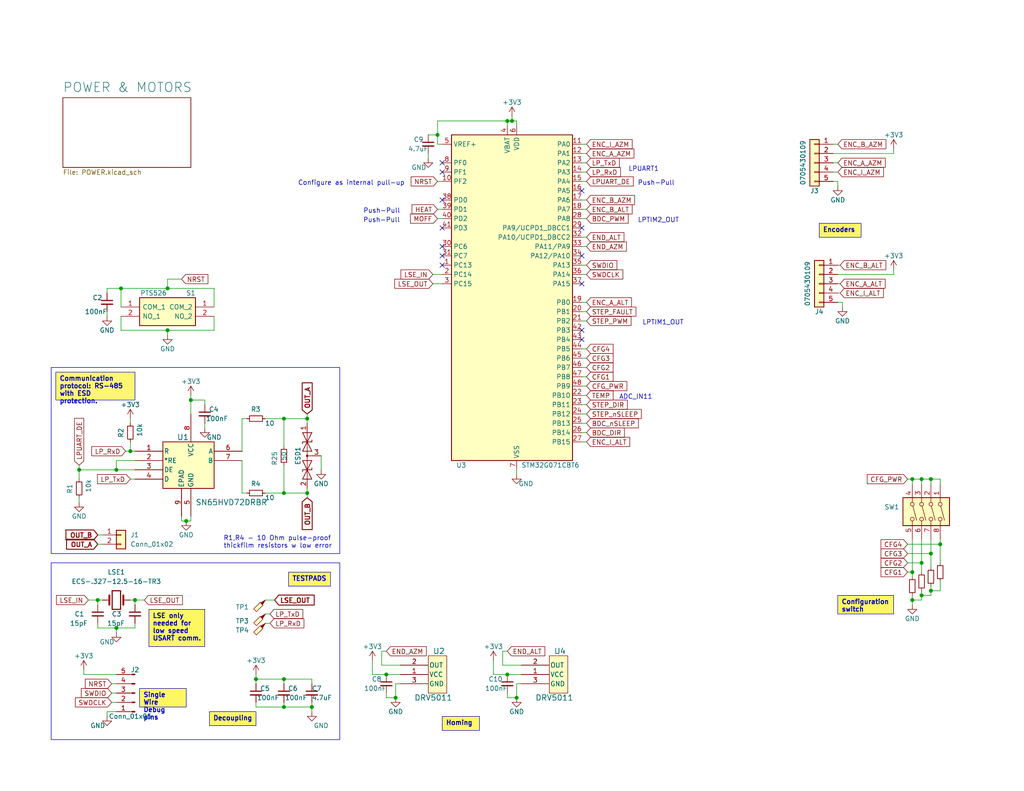
<source format=kicad_sch>
(kicad_sch (version 20230121) (generator eeschema)
  (paper "USLetter")
  (lib_symbols
    (symbol "1.Texas_Instrments:DRV5011ADLPG" (pin_names (offset 0.254))
      (property "Reference" "U" (at 20.32 10.16 0))
      (property "Value" "DRV5011ADLPG" (at 20.32 7.62 0))
      (symbol "DRV5011ADLPG_0_1"
        (pin power_in line (at -7.62 -5.08 0) (length 7.62) (name "VCC") (number "1"))
        (pin output line (at -7.62 -2.54 0) (length 7.62) (name "OUT") (number "2"))
        (pin power_out line (at -7.62 -7.62 0) (length 7.62) (name "GND") (number "3"))
      )
    )
    (symbol "1.Texas_Instruments:SN65HVD72DRBR" (pin_names (offset 0.254))
      (property "Reference" "U" (at 1.27 1.27 0))
      (property "Value" "SN65HVD72DRBR" (at 18.415 -13.97 0))
      (symbol "SN65HVD72DRBR_0_1"
        (pin output line (at -7.62 -2.54 0) (length 7.62) (name "R") (number "1"))
        (pin input line (at -7.62 -5.08 0) (length 7.62) (name "*RE") (number "2"))
        (pin input line (at -7.62 -7.62 0) (length 7.62) (name "DE") (number "3"))
        (pin input line (at -7.62 -10.16 0) (length 7.62) (name "D") (number "4"))
        (pin power_in line (at 7.62 -20.32 90) (length 7.62) (name "GND") (number "5"))
        (pin bidirectional line (at 21.59 -2.54 180) (length 7.62) (name "A") (number "6"))
        (pin bidirectional line (at 21.59 -5.08 180) (length 7.62) (name "B") (number "7"))
        (pin power_in line (at 7.62 7.62 270) (length 7.62) (name "VCC") (number "8"))
        (pin unspecified line (at 5.08 -20.32 90) (length 7.62) (name "EPAD") (number "9"))
      )
    )
    (symbol "Connector:Conn_01x05_Pin" (pin_names (offset 1.016) hide)
      (property "Reference" "J" (at 0 7.62 0))
      (property "Value" "Conn_01x05_Pin" (at 0 -7.62 0))
      (symbol "Conn_01x05_Pin_1_1"
        (pin passive line (at 5.08 5.08 180) (length 3.81) (name "Pin_1") (number "1"))
        (pin passive line (at 5.08 2.54 180) (length 3.81) (name "Pin_2") (number "2"))
        (pin passive line (at 5.08 0 180) (length 3.81) (name "Pin_3") (number "3"))
        (pin passive line (at 5.08 -2.54 180) (length 3.81) (name "Pin_4") (number "4"))
        (pin passive line (at 5.08 -5.08 180) (length 3.81) (name "Pin_5") (number "5"))
      )
    )
    (symbol "Connector:TestPoint_Probe" (pin_numbers hide) (pin_names (offset 0.762) hide)
      (property "Reference" "TP" (at 1.651 5.842 0))
      (property "Value" "TestPoint_Probe" (at 1.651 4.064 0))
      (symbol "TestPoint_Probe_1_1"
        (pin passive line (at 0 0 90) (length 0) (name "1") (number "1"))
      )
    )
    (symbol "Connector_Generic:Conn_01x02" (pin_names (offset 1.016) hide)
      (property "Reference" "J" (at 0 2.54 0))
      (property "Value" "Conn_01x02" (at 0 -5.08 0))
      (symbol "Conn_01x02_1_1"
        (pin passive line (at -5.08 0 0) (length 3.81) (name "Pin_1") (number "1"))
        (pin passive line (at -5.08 -2.54 0) (length 3.81) (name "Pin_2") (number "2"))
      )
    )
    (symbol "Connector_Generic:Conn_01x05" (pin_names (offset 1.016) hide)
      (property "Reference" "J" (at 0 7.62 0))
      (property "Value" "Conn_01x05" (at 0 -7.62 0))
      (symbol "Conn_01x05_1_1"
        (pin passive line (at -5.08 5.08 0) (length 3.81) (name "Pin_1") (number "1"))
        (pin passive line (at -5.08 2.54 0) (length 3.81) (name "Pin_2") (number "2"))
        (pin passive line (at -5.08 0 0) (length 3.81) (name "Pin_3") (number "3"))
        (pin passive line (at -5.08 -2.54 0) (length 3.81) (name "Pin_4") (number "4"))
        (pin passive line (at -5.08 -5.08 0) (length 3.81) (name "Pin_5") (number "5"))
      )
    )
    (symbol "Device:C_Small" (pin_numbers hide) (pin_names (offset 0.254) hide)
      (property "Reference" "C" (at 0.254 1.778 0))
      (property "Value" "C_Small" (at 0.254 -2.032 0))
      (symbol "C_Small_1_1"
        (pin passive line (at 0 2.54 270) (length 2.032) (name "~") (number "1"))
        (pin passive line (at 0 -2.54 90) (length 2.032) (name "~") (number "2"))
      )
    )
    (symbol "Device:Crystal" (pin_numbers hide) (pin_names (offset 1.016) hide)
      (property "Reference" "Y" (at 0 3.81 0))
      (property "Value" "Crystal" (at 0 -3.81 0))
      (symbol "Crystal_1_1"
        (pin passive line (at -3.81 0 0) (length 1.27) (name "1") (number "1"))
        (pin passive line (at 3.81 0 180) (length 1.27) (name "2") (number "2"))
      )
    )
    (symbol "Device:R_Small" (pin_numbers hide) (pin_names (offset 0.254) hide)
      (property "Reference" "R" (at 0.762 0.508 0))
      (property "Value" "R_Small" (at 0.762 -1.016 0))
      (symbol "R_Small_1_1"
        (pin passive line (at 0 2.54 270) (length 0.762) (name "~") (number "1"))
        (pin passive line (at 0 -2.54 90) (length 0.762) (name "~") (number "2"))
      )
    )
    (symbol "Diode:SM712_SOT23" (pin_names (offset 1.016) hide)
      (property "Reference" "D" (at 0 4.445 0))
      (property "Value" "SM712_SOT23" (at 0 2.54 0))
      (symbol "SM712_SOT23_1_1"
        (pin passive line (at -8.89 0 0) (length 2.54) (name "A1") (number "1"))
        (pin passive line (at 8.89 0 180) (length 2.54) (name "A2") (number "2"))
        (pin input line (at 0 -3.81 90) (length 2.54) (name "common") (number "3"))
      )
    )
    (symbol "MCU_ST_STM32G0:STM32G071CBTx"
      (property "Reference" "U" (at -15.24 46.99 0))
      (property "Value" "STM32G071CBTx" (at 5.08 46.99 0))
      (symbol "STM32G071CBTx_1_1"
        (pin bidirectional line (at -17.78 10.16 0) (length 2.54) (name "PC13") (number "1"))
        (pin bidirectional line (at -17.78 33.02 0) (length 2.54) (name "PF2") (number "10"))
        (pin bidirectional line (at 20.32 43.18 180) (length 2.54) (name "PA0") (number "11"))
        (pin bidirectional line (at 20.32 40.64 180) (length 2.54) (name "PA1") (number "12"))
        (pin bidirectional line (at 20.32 38.1 180) (length 2.54) (name "PA2") (number "13"))
        (pin bidirectional line (at 20.32 35.56 180) (length 2.54) (name "PA3") (number "14"))
        (pin bidirectional line (at 20.32 33.02 180) (length 2.54) (name "PA4") (number "15"))
        (pin bidirectional line (at 20.32 30.48 180) (length 2.54) (name "PA5") (number "16"))
        (pin bidirectional line (at 20.32 27.94 180) (length 2.54) (name "PA6") (number "17"))
        (pin bidirectional line (at 20.32 25.4 180) (length 2.54) (name "PA7") (number "18"))
        (pin bidirectional line (at 20.32 0 180) (length 2.54) (name "PB0") (number "19"))
        (pin bidirectional line (at -17.78 7.62 0) (length 2.54) (name "PC14") (number "2"))
        (pin bidirectional line (at 20.32 -2.54 180) (length 2.54) (name "PB1") (number "20"))
        (pin bidirectional line (at 20.32 -5.08 180) (length 2.54) (name "PB2") (number "21"))
        (pin bidirectional line (at 20.32 -25.4 180) (length 2.54) (name "PB10") (number "22"))
        (pin bidirectional line (at 20.32 -27.94 180) (length 2.54) (name "PB11") (number "23"))
        (pin bidirectional line (at 20.32 -30.48 180) (length 2.54) (name "PB12") (number "24"))
        (pin bidirectional line (at 20.32 -33.02 180) (length 2.54) (name "PB13") (number "25"))
        (pin bidirectional line (at 20.32 -35.56 180) (length 2.54) (name "PB14") (number "26"))
        (pin bidirectional line (at 20.32 -38.1 180) (length 2.54) (name "PB15") (number "27"))
        (pin bidirectional line (at 20.32 22.86 180) (length 2.54) (name "PA8") (number "28"))
        (pin bidirectional line (at 20.32 20.32 180) (length 2.54) (name "PA9/UCPD1_DBCC1") (number "29"))
        (pin bidirectional line (at -17.78 5.08 0) (length 2.54) (name "PC15") (number "3"))
        (pin bidirectional line (at -17.78 15.24 0) (length 2.54) (name "PC6") (number "30"))
        (pin bidirectional line (at -17.78 12.7 0) (length 2.54) (name "PC7") (number "31"))
        (pin bidirectional line (at 20.32 17.78 180) (length 2.54) (name "PA10/UCPD1_DBCC2") (number "32"))
        (pin bidirectional line (at 20.32 15.24 180) (length 2.54) (name "PA11/PA9") (number "33"))
        (pin bidirectional line (at 20.32 12.7 180) (length 2.54) (name "PA12/PA10") (number "34"))
        (pin bidirectional line (at 20.32 10.16 180) (length 2.54) (name "PA13") (number "35"))
        (pin bidirectional line (at 20.32 7.62 180) (length 2.54) (name "PA14") (number "36"))
        (pin bidirectional line (at 20.32 5.08 180) (length 2.54) (name "PA15") (number "37"))
        (pin bidirectional line (at -17.78 27.94 0) (length 2.54) (name "PD0") (number "38"))
        (pin bidirectional line (at -17.78 25.4 0) (length 2.54) (name "PD1") (number "39"))
        (pin power_in line (at 0 48.26 270) (length 2.54) (name "VBAT") (number "4"))
        (pin bidirectional line (at -17.78 22.86 0) (length 2.54) (name "PD2") (number "40"))
        (pin bidirectional line (at -17.78 20.32 0) (length 2.54) (name "PD3") (number "41"))
        (pin bidirectional line (at 20.32 -7.62 180) (length 2.54) (name "PB3") (number "42"))
        (pin bidirectional line (at 20.32 -10.16 180) (length 2.54) (name "PB4") (number "43"))
        (pin bidirectional line (at 20.32 -12.7 180) (length 2.54) (name "PB5") (number "44"))
        (pin bidirectional line (at 20.32 -15.24 180) (length 2.54) (name "PB6") (number "45"))
        (pin bidirectional line (at 20.32 -17.78 180) (length 2.54) (name "PB7") (number "46"))
        (pin bidirectional line (at 20.32 -20.32 180) (length 2.54) (name "PB8") (number "47"))
        (pin bidirectional line (at 20.32 -22.86 180) (length 2.54) (name "PB9") (number "48"))
        (pin input line (at -17.78 43.18 0) (length 2.54) (name "VREF+") (number "5"))
        (pin power_in line (at 2.54 48.26 270) (length 2.54) (name "VDD") (number "6"))
        (pin power_in line (at 2.54 -45.72 90) (length 2.54) (name "VSS") (number "7"))
        (pin bidirectional line (at -17.78 38.1 0) (length 2.54) (name "PF0") (number "8"))
        (pin bidirectional line (at -17.78 35.56 0) (length 2.54) (name "PF1") (number "9"))
      )
    )
    (symbol "My_components:PTS526_SK15_SMTR2_LFS" (pin_names (offset 0.762))
      (property "Reference" "S1" (at 13.97 1.27 0))
      (property "Value" "PTS526" (at 3.81 1.27 0))
      (symbol "PTS526_SK15_SMTR2_LFS_0_0"
        (pin passive line (at -5.08 -2.54 0) (length 5.08) (name "COM_1") (number "1"))
      )
      (symbol "PTS526_SK15_SMTR2_LFS_1_0"
        (pin passive line (at 20.32 -2.54 180) (length 5.08) (name "COM_2") (number "1"))
        (pin passive line (at -5.08 -5.08 0) (length 5.08) (name "NO_1") (number "2"))
        (pin passive line (at 20.32 -5.08 180) (length 5.08) (name "NO_2") (number "2"))
      )
    )
    (symbol "Switch:SW_DIP_x04" (pin_names (offset 0) hide)
      (property "Reference" "SW" (at 0 8.89 0))
      (property "Value" "SW_DIP_x04" (at 0 -6.35 0))
      (symbol "SW_DIP_x04_1_1"
        (pin passive line (at -7.62 5.08 0) (length 5.08) (name "~") (number "1"))
        (pin passive line (at -7.62 2.54 0) (length 5.08) (name "~") (number "2"))
        (pin passive line (at -7.62 0 0) (length 5.08) (name "~") (number "3"))
        (pin passive line (at -7.62 -2.54 0) (length 5.08) (name "~") (number "4"))
        (pin passive line (at 7.62 -2.54 180) (length 5.08) (name "~") (number "5"))
        (pin passive line (at 7.62 0 180) (length 5.08) (name "~") (number "6"))
        (pin passive line (at 7.62 2.54 180) (length 5.08) (name "~") (number "7"))
        (pin passive line (at 7.62 5.08 180) (length 5.08) (name "~") (number "8"))
      )
    )
    (symbol "power:+3V3" (power) (pin_names (offset 0))
      (property "Value" "+3V3" (at 0 3.556 0))
      (symbol "+3V3_1_1"
        (pin power_in line (at 0 0 90) (length 0) hide (name "+3V3") (number "1"))
      )
    )
    (symbol "power:GND" (power) (pin_names (offset 0))
      (property "Value" "GND" (at 0 -3.81 0))
      (symbol "GND_1_1"
        (pin power_in line (at 0 0 270) (length 0) hide (name "GND") (number "1"))
      )
    )
  )
  (junction (at 33.02 78.74))
  (junction (at 119.38 36.83))
  (junction (at 248.92 130.81))
  (junction (at 69.85 185.42))
  (junction (at 138.43 184.15))
  (junction (at 251.46 153.67))
  (junction (at 138.43 33.02))
  (junction (at 21.59 128.27))
  (junction (at 45.72 78.74))
  (junction (at 254 151.13))
  (junction (at 35.56 123.19))
  (junction (at 52.07 109.22))
  (junction (at 256.54 148.59))
  (junction (at 139.7 33.02))
  (junction (at 77.47 134.62))
  (junction (at 254 130.81))
  (junction (at 85.09 193.04))
  (junction (at 77.47 185.42))
  (junction (at 45.72 90.17))
  (junction (at 50.8 142.24))
  (junction (at 251.46 130.81))
  (junction (at 77.47 193.04))
  (junction (at 83.82 114.3))
  (junction (at 248.92 156.21))
  (junction (at 31.75 128.27))
  (junction (at 83.82 134.62))
  (junction (at 248.92 163.83))
  (junction (at 31.75 171.45))
  (junction (at 77.47 114.3))
  (junction (at 105.41 184.15))
  (junction (at 107.95 190.5))
  (junction (at 251.46 162.56))
  (junction (at 140.97 190.5))
  (junction (at 36.83 163.83))
  (junction (at 254 161.29))
  (junction (at 26.67 163.83))
  (no_connect (at 158.75 77.47))
  (no_connect (at 120.65 62.23))
  (no_connect (at 158.75 62.23))
  (no_connect (at 120.65 54.61))
  (no_connect (at 158.75 90.17))
  (no_connect (at 158.75 69.85))
  (no_connect (at 120.65 69.85))
  (no_connect (at 158.75 92.71))
  (no_connect (at 158.75 52.07))
  (no_connect (at 120.65 72.39))
  (no_connect (at 120.65 67.31))
  (no_connect (at 120.65 44.45))
  (no_connect (at 120.65 46.99))
  (wire (pts (xy 116.84 41.91) (xy 116.84 43.18)))
  (wire (pts (xy 69.85 191.77) (xy 69.85 193.04)))
  (wire (pts (xy 85.09 193.04) (xy 85.09 194.31)))
  (wire (pts (xy 26.67 171.45) (xy 31.75 171.45)))
  (wire (pts (xy 45.72 90.17) (xy 45.72 91.44)))
  (wire (pts (xy 160.02 85.09) (xy 158.75 85.09)))
  (wire (pts (xy 66.04 114.3) (xy 66.04 123.19)))
  (wire (pts (xy 160.02 87.63) (xy 158.75 87.63)))
  (wire (pts (xy 52.07 140.97) (xy 52.07 142.24)))
  (wire (pts (xy 248.92 163.83) (xy 248.92 165.1)))
  (wire (pts (xy 55.88 115.57) (xy 55.88 116.84)))
  (wire (pts (xy 66.04 134.62) (xy 66.04 125.73)))
  (wire (pts (xy 69.85 185.42) (xy 69.85 186.69)))
  (wire (pts (xy 77.47 127) (xy 77.47 134.62)))
  (wire (pts (xy 72.39 163.83) (xy 74.93 163.83)))
  (wire (pts (xy 248.92 163.83) (xy 251.46 163.83)))
  (wire (pts (xy 24.13 163.83) (xy 26.67 163.83)))
  (wire (pts (xy 85.09 186.69) (xy 85.09 185.42)))
  (wire (pts (xy 30.48 186.69) (xy 31.75 186.69)))
  (wire (pts (xy 138.43 33.02) (xy 139.7 33.02)))
  (wire (pts (xy 52.07 109.22) (xy 52.07 113.03)))
  (wire (pts (xy 29.21 85.09) (xy 29.21 86.36)))
  (wire (pts (xy 77.47 191.77) (xy 77.47 193.04)))
  (wire (pts (xy 77.47 114.3) (xy 77.47 121.92)))
  (wire (pts (xy 160.02 59.69) (xy 158.75 59.69)))
  (wire (pts (xy 254 130.81) (xy 251.46 130.81)))
  (wire (pts (xy 104.14 181.61) (xy 109.22 181.61)))
  (wire (pts (xy 21.59 130.81) (xy 21.59 128.27)))
  (wire (pts (xy 160.02 44.45) (xy 158.75 44.45)))
  (wire (pts (xy 137.16 181.61) (xy 142.24 181.61)))
  (wire (pts (xy 160.02 102.87) (xy 158.75 102.87)))
  (wire (pts (xy 77.47 114.3) (xy 83.82 114.3)))
  (wire (pts (xy 227.33 46.99) (xy 228.6 46.99)))
  (wire (pts (xy 66.04 134.62) (xy 67.31 134.62)))
  (wire (pts (xy 243.84 74.93) (xy 243.84 73.66)))
  (wire (pts (xy 83.82 134.62) (xy 83.82 133.35)))
  (wire (pts (xy 35.56 130.81) (xy 36.83 130.81)))
  (wire (pts (xy 158.75 95.25) (xy 160.02 95.25)))
  (wire (pts (xy 248.92 130.81) (xy 248.92 132.08)))
  (wire (pts (xy 138.43 189.23) (xy 138.43 190.5)))
  (wire (pts (xy 29.21 78.74) (xy 33.02 78.74)))
  (wire (pts (xy 77.47 186.69) (xy 77.47 185.42)))
  (wire (pts (xy 58.42 90.17) (xy 45.72 90.17)))
  (wire (pts (xy 140.97 186.69) (xy 140.97 190.5)))
  (wire (pts (xy 118.11 74.93) (xy 120.65 74.93)))
  (wire (pts (xy 36.83 170.18) (xy 36.83 171.45)))
  (wire (pts (xy 160.02 110.49) (xy 158.75 110.49)))
  (wire (pts (xy 31.75 171.45) (xy 31.75 172.72)))
  (wire (pts (xy 26.67 146.05) (xy 27.94 146.05)))
  (wire (pts (xy 49.53 142.24) (xy 50.8 142.24)))
  (wire (pts (xy 160.02 54.61) (xy 158.75 54.61)))
  (wire (pts (xy 160.02 57.15) (xy 158.75 57.15)))
  (wire (pts (xy 160.02 64.77) (xy 158.75 64.77)))
  (wire (pts (xy 33.02 90.17) (xy 45.72 90.17)))
  (wire (pts (xy 228.6 49.53) (xy 228.6 50.8)))
  (wire (pts (xy 72.39 134.62) (xy 77.47 134.62)))
  (wire (pts (xy 251.46 132.08) (xy 251.46 130.81)))
  (wire (pts (xy 105.41 189.23) (xy 105.41 190.5)))
  (wire (pts (xy 52.07 109.22) (xy 55.88 109.22)))
  (wire (pts (xy 140.97 128.27) (xy 140.97 129.54)))
  (wire (pts (xy 251.46 153.67) (xy 251.46 156.21)))
  (wire (pts (xy 26.67 163.83) (xy 27.94 163.83)))
  (wire (pts (xy 83.82 134.62) (xy 83.82 135.89)))
  (wire (pts (xy 119.38 36.83) (xy 119.38 33.02)))
  (wire (pts (xy 256.54 148.59) (xy 256.54 153.67)))
  (wire (pts (xy 160.02 67.31) (xy 158.75 67.31)))
  (wire (pts (xy 119.38 57.15) (xy 120.65 57.15)))
  (wire (pts (xy 45.72 78.74) (xy 58.42 78.74)))
  (wire (pts (xy 251.46 147.32) (xy 251.46 153.67)))
  (wire (pts (xy 36.83 163.83) (xy 39.37 163.83)))
  (wire (pts (xy 120.65 39.37) (xy 119.38 39.37)))
  (wire (pts (xy 160.02 46.99) (xy 158.75 46.99)))
  (wire (pts (xy 35.56 120.65) (xy 35.56 123.19)))
  (wire (pts (xy 160.02 41.91) (xy 158.75 41.91)))
  (wire (pts (xy 119.38 39.37) (xy 119.38 36.83)))
  (wire (pts (xy 77.47 134.62) (xy 83.82 134.62)))
  (wire (pts (xy 26.67 148.59) (xy 27.94 148.59)))
  (wire (pts (xy 160.02 107.95) (xy 158.75 107.95)))
  (wire (pts (xy 160.02 113.03) (xy 158.75 113.03)))
  (wire (pts (xy 254 162.56) (xy 251.46 162.56)))
  (wire (pts (xy 158.75 74.93) (xy 160.02 74.93)))
  (wire (pts (xy 29.21 195.58) (xy 29.21 194.31)))
  (wire (pts (xy 105.41 184.15) (xy 109.22 184.15)))
  (wire (pts (xy 256.54 130.81) (xy 254 130.81)))
  (wire (pts (xy 139.7 31.75) (xy 139.7 33.02)))
  (wire (pts (xy 256.54 147.32) (xy 256.54 148.59)))
  (wire (pts (xy 139.7 33.02) (xy 140.97 33.02)))
  (wire (pts (xy 33.02 83.82) (xy 33.02 78.74)))
  (wire (pts (xy 256.54 132.08) (xy 256.54 130.81)))
  (wire (pts (xy 251.46 130.81) (xy 248.92 130.81)))
  (wire (pts (xy 31.75 128.27) (xy 36.83 128.27)))
  (wire (pts (xy 137.16 177.8) (xy 137.16 181.61)))
  (wire (pts (xy 22.86 184.15) (xy 31.75 184.15)))
  (wire (pts (xy 227.33 49.53) (xy 228.6 49.53)))
  (wire (pts (xy 227.33 41.91) (xy 243.84 41.91)))
  (wire (pts (xy 77.47 193.04) (xy 85.09 193.04)))
  (wire (pts (xy 251.46 162.56) (xy 251.46 163.83)))
  (wire (pts (xy 247.65 130.81) (xy 248.92 130.81)))
  (wire (pts (xy 35.56 114.3) (xy 35.56 115.57)))
  (wire (pts (xy 138.43 177.8) (xy 137.16 177.8)))
  (wire (pts (xy 22.86 184.15) (xy 22.86 182.88)))
  (wire (pts (xy 160.02 82.55) (xy 158.75 82.55)))
  (wire (pts (xy 119.38 33.02) (xy 138.43 33.02)))
  (wire (pts (xy 31.75 125.73) (xy 31.75 128.27)))
  (wire (pts (xy 134.62 184.15) (xy 138.43 184.15)))
  (wire (pts (xy 248.92 156.21) (xy 248.92 157.48)))
  (wire (pts (xy 138.43 184.15) (xy 142.24 184.15)))
  (wire (pts (xy 160.02 118.11) (xy 158.75 118.11)))
  (wire (pts (xy 31.75 125.73) (xy 36.83 125.73)))
  (wire (pts (xy 21.59 127) (xy 21.59 128.27)))
  (wire (pts (xy 107.95 186.69) (xy 107.95 190.5)))
  (wire (pts (xy 247.65 153.67) (xy 251.46 153.67)))
  (wire (pts (xy 105.41 190.5) (xy 107.95 190.5)))
  (wire (pts (xy 256.54 158.75) (xy 256.54 161.29)))
  (wire (pts (xy 101.6 184.15) (xy 105.41 184.15)))
  (wire (pts (xy 227.33 44.45) (xy 228.6 44.45)))
  (wire (pts (xy 33.02 78.74) (xy 45.72 78.74)))
  (wire (pts (xy 134.62 180.34) (xy 134.62 184.15)))
  (wire (pts (xy 119.38 49.53) (xy 120.65 49.53)))
  (wire (pts (xy 72.39 114.3) (xy 77.47 114.3)))
  (wire (pts (xy 29.21 194.31) (xy 31.75 194.31)))
  (wire (pts (xy 58.42 78.74) (xy 58.42 83.82)))
  (wire (pts (xy 138.43 190.5) (xy 140.97 190.5)))
  (wire (pts (xy 160.02 39.37) (xy 158.75 39.37)))
  (wire (pts (xy 35.56 123.19) (xy 36.83 123.19)))
  (wire (pts (xy 21.59 135.89) (xy 21.59 137.16)))
  (wire (pts (xy 254 160.02) (xy 254 161.29)))
  (wire (pts (xy 254 161.29) (xy 254 162.56)))
  (wire (pts (xy 248.92 147.32) (xy 248.92 156.21)))
  (wire (pts (xy 29.21 80.01) (xy 29.21 78.74)))
  (wire (pts (xy 30.48 191.77) (xy 31.75 191.77)))
  (wire (pts (xy 26.67 170.18) (xy 26.67 171.45)))
  (wire (pts (xy 227.33 39.37) (xy 228.6 39.37)))
  (wire (pts (xy 228.6 74.93) (xy 243.84 74.93)))
  (wire (pts (xy 35.56 163.83) (xy 36.83 163.83)))
  (wire (pts (xy 49.53 140.97) (xy 49.53 142.24)))
  (wire (pts (xy 142.24 186.69) (xy 140.97 186.69)))
  (wire (pts (xy 36.83 163.83) (xy 36.83 165.1)))
  (wire (pts (xy 69.85 184.15) (xy 69.85 185.42)))
  (wire (pts (xy 160.02 100.33) (xy 158.75 100.33)))
  (wire (pts (xy 160.02 105.41) (xy 158.75 105.41)))
  (wire (pts (xy 160.02 115.57) (xy 158.75 115.57)))
  (wire (pts (xy 243.84 41.91) (xy 243.84 40.64)))
  (wire (pts (xy 55.88 110.49) (xy 55.88 109.22)))
  (wire (pts (xy 251.46 161.29) (xy 251.46 162.56)))
  (wire (pts (xy 105.41 177.8) (xy 104.14 177.8)))
  (wire (pts (xy 73.66 167.64) (xy 72.39 167.64)))
  (wire (pts (xy 73.66 170.18) (xy 72.39 170.18)))
  (wire (pts (xy 49.53 76.2) (xy 45.72 76.2)))
  (wire (pts (xy 77.47 185.42) (xy 69.85 185.42)))
  (wire (pts (xy 66.04 114.3) (xy 67.31 114.3)))
  (wire (pts (xy 228.6 72.39) (xy 229.235 72.39)))
  (wire (pts (xy 85.09 191.77) (xy 85.09 193.04)))
  (wire (pts (xy 248.92 162.56) (xy 248.92 163.83)))
  (wire (pts (xy 160.02 49.53) (xy 158.75 49.53)))
  (wire (pts (xy 31.75 171.45) (xy 36.83 171.45)))
  (wire (pts (xy 52.07 107.95) (xy 52.07 109.22)))
  (wire (pts (xy 119.38 59.69) (xy 120.65 59.69)))
  (wire (pts (xy 254 147.32) (xy 254 151.13)))
  (wire (pts (xy 140.97 33.02) (xy 140.97 34.29)))
  (wire (pts (xy 254 132.08) (xy 254 130.81)))
  (wire (pts (xy 83.82 113.03) (xy 83.82 114.3)))
  (wire (pts (xy 30.48 189.23) (xy 31.75 189.23)))
  (wire (pts (xy 160.02 72.39) (xy 158.75 72.39)))
  (wire (pts (xy 69.85 193.04) (xy 77.47 193.04)))
  (wire (pts (xy 21.59 128.27) (xy 31.75 128.27)))
  (wire (pts (xy 119.38 36.83) (xy 116.84 36.83)))
  (wire (pts (xy 34.29 123.19) (xy 35.56 123.19)))
  (wire (pts (xy 229.87 82.55) (xy 228.6 82.55)))
  (wire (pts (xy 101.6 180.34) (xy 101.6 184.15)))
  (wire (pts (xy 229.87 83.82) (xy 229.87 82.55)))
  (wire (pts (xy 45.72 76.2) (xy 45.72 78.74)))
  (wire (pts (xy 58.42 86.36) (xy 58.42 90.17)))
  (wire (pts (xy 77.47 185.42) (xy 85.09 185.42)))
  (wire (pts (xy 87.63 124.46) (xy 87.63 128.27)))
  (wire (pts (xy 256.54 161.29) (xy 254 161.29)))
  (wire (pts (xy 247.65 151.13) (xy 254 151.13)))
  (wire (pts (xy 160.02 97.79) (xy 158.75 97.79)))
  (wire (pts (xy 104.14 177.8) (xy 104.14 181.61)))
  (wire (pts (xy 228.6 80.01) (xy 229.235 80.01)))
  (wire (pts (xy 83.82 114.3) (xy 83.82 115.57)))
  (wire (pts (xy 254 151.13) (xy 254 154.94)))
  (wire (pts (xy 228.6 77.47) (xy 229.235 77.47)))
  (wire (pts (xy 247.65 156.21) (xy 248.92 156.21)))
  (wire (pts (xy 138.43 33.02) (xy 138.43 34.29)))
  (wire (pts (xy 118.11 77.47) (xy 120.65 77.47)))
  (wire (pts (xy 247.65 148.59) (xy 256.54 148.59)))
  (wire (pts (xy 33.02 86.36) (xy 33.02 90.17)))
  (wire (pts (xy 50.8 142.24) (xy 52.07 142.24)))
  (wire (pts (xy 26.67 163.83) (xy 26.67 165.1)))
  (wire (pts (xy 160.02 120.65) (xy 158.75 120.65)))
  (wire (pts (xy 109.22 186.69) (xy 107.95 186.69)))
  (rectangle (start 13.97 153.67) (end 92.71 201.93))
  (rectangle (start 13.97 100.33) (end 92.71 151.13))
  (text_box "Single Wire Debug pins\n" (at 38.1 187.96 0) (size 12.7 5.08) (fill (type color) (color 255 247 98 1)) (effects (font (size 1.27 1.27) bold) (justify left top)))
  (text_box "Communication protocol: RS-485 with ESD protection." (at 15.24 101.6 0) (size 21.59 7.62) (fill (type color) (color 255 246 116 1)) (effects (font (size 1.27 1.27) bold) (justify left top)))
  (text_box "LSE only needed for low speed USART comm." (at 40.64 166.37 0) (size 15.24 10.16) (fill (type color) (color 255 247 98 1)) (effects (font (size 1.27 1.27) bold) (justify left top)))
  (text_box "Encoders" (at 223.52 60.96 0) (size 11.43 3.81) (fill (type color) (color 255 247 98 1)) (effects (font (size 1.27 1.27) bold) (justify left top)))
  (text_box "TESTPADS" (at 78.74 156.21 0) (size 11.43 3.81) (fill (type color) (color 255 247 98 1)) (effects (font (size 1.27 1.27) bold) (justify left top)))
  (text_box "Decoupling" (at 57.15 194.31 0) (size 12.7 3.81) (fill (type color) (color 255 247 98 1)) (effects (font (size 1.27 1.27) bold) (justify left top)))
  (text_box "Configuration switch\n" (at 228.6 162.56 0) (size 15.24 5.08) (fill (type color) (color 255 247 98 1)) (effects (font (size 1.27 1.27) bold) (justify left top)))
  (text_box "Homing" (at 120.65 195.58 0) (size 10.16 3.81) (fill (type color) (color 255 247 98 1)) (effects (font (size 1.27 1.27) bold) (justify left top)))
  (text "LPTIM2_OUT\n" (at 173.99 60.96 0) (effects (font (size 1.27 1.27)) (justify left bottom)))
  (text "LPUART1" (at 171.45 46.99 0) (effects (font (size 1.27 1.27)) (justify left bottom)))
  (text "Configure as internal pull-up" (at 81.28 50.8 0) (effects (font (size 1.27 1.27)) (justify left bottom)))
  (text "Push-Pull" (at 99.06 60.96 0) (effects (font (size 1.27 1.27)) (justify left bottom)))
  (text "Push-Pull" (at 109.22 58.42 0) (effects (font (size 1.27 1.27)) (justify right bottom)))
  (text "R1,R4 - 10 Ohm pulse-proof \nthickfilm resistors w low error" (at 60.96 149.86 0) (effects (font (size 1.27 1.27)) (justify left bottom)))
  (text "LPTIM1_OUT\n" (at 175.26 88.9 0) (effects (font (size 1.27 1.27)) (justify left bottom)))
  (text "ADC_IN11" (at 168.91 109.22 0) (effects (font (size 1.27 1.27)) (justify left bottom)))
  (text "Push-Pull" (at 173.99 50.8 0) (effects (font (size 1.27 1.27)) (justify left bottom)))
  (global_label "ENC_A_ALT" (shape input) (at 229.235 77.47 0) (property "Intersheetrefs" "${INTERSHEET_REFS}" (effects hide)))
  (global_label "CFG_PWR" (shape input) (at 160.02 105.41 0) (property "Intersheetrefs" "${INTERSHEET_REFS}" (effects hide)))
  (global_label "ENC_B_AZM" (shape input) (at 228.6 39.37 0) (property "Intersheetrefs" "${INTERSHEET_REFS}" (effects hide)))
  (global_label "CFG2" (shape input) (at 160.02 100.33 0) (property "Intersheetrefs" "${INTERSHEET_REFS}" (effects hide)))
  (global_label "LSE_IN" (shape input) (at 118.11 74.93 180) (property "Intersheetrefs" "${INTERSHEET_REFS}" (effects hide)))
  (global_label "BDC_DIR" (shape input) (at 160.02 118.11 0) (property "Intersheetrefs" "${INTERSHEET_REFS}" (effects hide)))
  (global_label "TEMP" (shape input) (at 160.02 107.95 0) (property "Intersheetrefs" "${INTERSHEET_REFS}" (effects hide)))
  (global_label "CFG4" (shape input) (at 247.65 148.59 180) (property "Intersheetrefs" "${INTERSHEET_REFS}" (effects hide)))
  (global_label "LP_RxD" (shape input) (at 160.02 46.99 0) (property "Intersheetrefs" "${INTERSHEET_REFS}" (effects hide)))
  (global_label "LSE_IN" (shape input) (at 24.13 163.83 180) (property "Intersheetrefs" "${INTERSHEET_REFS}" (effects hide)))
  (global_label "END_AZM" (shape input) (at 160.02 67.31 0) (property "Intersheetrefs" "${INTERSHEET_REFS}" (effects hide)))
  (global_label "STEP_DIR" (shape input) (at 160.02 110.49 0) (property "Intersheetrefs" "${INTERSHEET_REFS}" (effects hide)))
  (global_label "ENC_A_AZM" (shape input) (at 160.02 41.91 0) (property "Intersheetrefs" "${INTERSHEET_REFS}" (effects hide)))
  (global_label "END_ALT" (shape input) (at 138.43 177.8 0) (property "Intersheetrefs" "${INTERSHEET_REFS}" (effects hide)))
  (global_label "LSE_OUT" (shape input) (at 74.93 163.83 0) (effects (font bold)) (property "Intersheetrefs" "${INTERSHEET_REFS}" (effects hide)))
  (global_label "LP_TxD" (shape input) (at 35.56 130.81 180) (property "Intersheetrefs" "${INTERSHEET_REFS}" (effects hide)))
  (global_label "OUT_B" (shape input) (at 26.67 146.05 180) (effects (font bold)) (property "Intersheetrefs" "${INTERSHEET_REFS}" (effects hide)))
  (global_label "STEP_FAULT" (shape input) (at 160.02 85.09 0) (property "Intersheetrefs" "${INTERSHEET_REFS}" (effects hide)))
  (global_label "ENC_B_ALT" (shape input) (at 160.02 57.15 0) (property "Intersheetrefs" "${INTERSHEET_REFS}" (effects hide)))
  (global_label "STEP_nSLEEP" (shape input) (at 160.02 113.03 0) (property "Intersheetrefs" "${INTERSHEET_REFS}" (effects hide)))
  (global_label "OUT_A" (shape input) (at 83.82 113.03 90) (effects (font bold)) (property "Intersheetrefs" "${INTERSHEET_REFS}" (effects hide)))
  (global_label "LP_RxD" (shape input) (at 34.29 123.19 180) (property "Intersheetrefs" "${INTERSHEET_REFS}" (effects hide)))
  (global_label "END_ALT" (shape input) (at 160.02 64.77 0) (property "Intersheetrefs" "${INTERSHEET_REFS}" (effects hide)))
  (global_label "BDC_PWM" (shape input) (at 160.02 59.69 0) (property "Intersheetrefs" "${INTERSHEET_REFS}" (effects hide)))
  (global_label "ENC_I_AZM" (shape input) (at 228.6 46.99 0) (property "Intersheetrefs" "${INTERSHEET_REFS}" (effects hide)))
  (global_label "BDC_nSLEEP" (shape input) (at 160.02 115.57 0) (property "Intersheetrefs" "${INTERSHEET_REFS}" (effects hide)))
  (global_label "LP_TxD" (shape input) (at 73.66 167.64 0) (property "Intersheetrefs" "${INTERSHEET_REFS}" (effects hide)))
  (global_label "ENC_I_ALT" (shape input) (at 160.02 120.65 0) (property "Intersheetrefs" "${INTERSHEET_REFS}" (effects hide)))
  (global_label "SWDCLK" (shape input) (at 30.48 191.77 180) (property "Intersheetrefs" "${INTERSHEET_REFS}" (effects hide)))
  (global_label "LP_TxD" (shape input) (at 160.02 44.45 0) (property "Intersheetrefs" "${INTERSHEET_REFS}" (effects hide)))
  (global_label "ENC_A_AZM" (shape input) (at 228.6 44.45 0) (property "Intersheetrefs" "${INTERSHEET_REFS}" (effects hide)))
  (global_label "HEAT" (shape input) (at 119.38 57.15 180) (property "Intersheetrefs" "${INTERSHEET_REFS}" (effects hide)))
  (global_label "SWDCLK" (shape input) (at 160.02 74.93 0) (property "Intersheetrefs" "${INTERSHEET_REFS}" (effects hide)))
  (global_label "CFG1" (shape input) (at 247.65 156.21 180) (property "Intersheetrefs" "${INTERSHEET_REFS}" (effects hide)))
  (global_label "OUT_B" (shape input) (at 83.82 135.89 270) (effects (font bold)) (property "Intersheetrefs" "${INTERSHEET_REFS}" (effects hide)))
  (global_label "CFG1" (shape input) (at 160.02 102.87 0) (property "Intersheetrefs" "${INTERSHEET_REFS}" (effects hide)))
  (global_label "ENC_I_ALT" (shape input) (at 229.235 80.01 0) (property "Intersheetrefs" "${INTERSHEET_REFS}" (effects hide)))
  (global_label "NRST" (shape input) (at 49.53 76.2 0) (property "Intersheetrefs" "${INTERSHEET_REFS}" (effects hide)))
  (global_label "ENC_B_AZM" (shape input) (at 160.02 54.61 0) (property "Intersheetrefs" "${INTERSHEET_REFS}" (effects hide)))
  (global_label "LPUART_DE" (shape input) (at 160.02 49.53 0) (property "Intersheetrefs" "${INTERSHEET_REFS}" (effects hide)))
  (global_label "ENC_A_ALT" (shape input) (at 160.02 82.55 0) (property "Intersheetrefs" "${INTERSHEET_REFS}" (effects hide)))
  (global_label "END_AZM" (shape input) (at 105.41 177.8 0) (property "Intersheetrefs" "${INTERSHEET_REFS}" (effects hide)))
  (global_label "NRST" (shape input) (at 119.38 49.53 180) (property "Intersheetrefs" "${INTERSHEET_REFS}" (effects hide)))
  (global_label "SWDIO" (shape input) (at 160.02 72.39 0) (property "Intersheetrefs" "${INTERSHEET_REFS}" (effects hide)))
  (global_label "CFG2" (shape input) (at 247.65 153.67 180) (property "Intersheetrefs" "${INTERSHEET_REFS}" (effects hide)))
  (global_label "LSE_OUT" (shape input) (at 39.37 163.83 0) (property "Intersheetrefs" "${INTERSHEET_REFS}" (effects hide)))
  (global_label "ENC_I_AZM" (shape input) (at 160.02 39.37 0) (property "Intersheetrefs" "${INTERSHEET_REFS}" (effects hide)))
  (global_label "MOFF" (shape input) (at 119.38 59.69 180) (property "Intersheetrefs" "${INTERSHEET_REFS}" (effects hide)))
  (global_label "NRST" (shape input) (at 30.48 186.69 180) (property "Intersheetrefs" "${INTERSHEET_REFS}" (effects hide)))
  (global_label "CFG3" (shape input) (at 160.02 97.79 0) (property "Intersheetrefs" "${INTERSHEET_REFS}" (effects hide)))
  (global_label "LSE_OUT" (shape input) (at 118.11 77.47 180) (property "Intersheetrefs" "${INTERSHEET_REFS}" (effects hide)))
  (global_label "OUT_A" (shape input) (at 26.67 148.59 180) (effects (font bold)) (property "Intersheetrefs" "${INTERSHEET_REFS}" (effects hide)))
  (global_label "CFG4" (shape input) (at 160.02 95.25 0) (property "Intersheetrefs" "${INTERSHEET_REFS}" (effects hide)))
  (global_label "ENC_B_ALT" (shape input) (at 229.235 72.39 0) (property "Intersheetrefs" "${INTERSHEET_REFS}" (effects hide)))
  (global_label "STEP_PWM" (shape input) (at 160.02 87.63 0) (property "Intersheetrefs" "${INTERSHEET_REFS}" (effects hide)))
  (global_label "LP_RxD" (shape input) (at 73.66 170.18 0) (property "Intersheetrefs" "${INTERSHEET_REFS}" (effects hide)))
  (global_label "CFG3" (shape input) (at 247.65 151.13 180) (property "Intersheetrefs" "${INTERSHEET_REFS}" (effects hide)))
  (global_label "LPUART_DE" (shape input) (at 21.59 127 90) (property "Intersheetrefs" "${INTERSHEET_REFS}" (effects hide)))
  (global_label "SWDIO" (shape input) (at 30.48 189.23 180) (property "Intersheetrefs" "${INTERSHEET_REFS}" (effects hide)))
  (global_label "CFG_PWR" (shape input) (at 247.65 130.81 180) (property "Intersheetrefs" "${INTERSHEET_REFS}" (effects hide)))
  (symbol (lib_id "power:GND") (at 85.09 194.31 0) (unit 1)
    (property "Reference" "#PWR012" (effects hide))
    (property "Value" "GND" (at 87.63 198.12 0))
  )
  (symbol (lib_id "power:+3V3") (at 69.85 184.15 0) (unit 1)
    (property "Reference" "#PWR011" (effects hide))
    (property "Value" "+3V3" (at 69.85 180.34 0))
  )
  (symbol (lib_id "power:GND") (at 21.59 137.16 0) (unit 1)
    (property "Reference" "#PWR01" (effects hide))
    (property "Value" "GND" (at 21.59 140.97 0))
  )
  (symbol (lib_id "Connector_Generic:Conn_01x05") (at 223.52 77.47 0) (mirror y) (unit 1)
    (property "Reference" "J4" (at 223.52 85.09 0))
    (property "Value" "0705430109" (at 220.345 77.47 90))
    (property "Footprint" "Connector_PinHeader_2.54mm:PinHeader_1x05_P2.54mm_Vertical" (effects hide))
  )
  (symbol (lib_id "Connector:TestPoint_Probe") (at 72.39 170.18 180) (unit 1) (in_bom no)
    (property "Reference" "TP4" (at 67.945 172.085 0) (effects (justify left)))
    (property "Value" "TestPoint_Probe" (effects hide))
    (property "Footprint" "TestPoint:TestPoint_Pad_D1.5mm" (effects hide))
  )
  (symbol (lib_id "Device:C_Small") (at 69.85 189.23 0) (mirror y) (unit 1)
    (property "Reference" "C5" (at 73.66 187.96 0) (effects (justify left)))
    (property "Value" "100nF" (at 76.2 190.5 0) (effects (justify left)))
    (property "Footprint" "Capacitor_SMD:C_0603_1608Metric_Pad1.08x0.95mm_HandSolder" (effects hide))
    (property "Datasheet" "https://www.mouser.ca/ProductDetail/KYOCERA-AVX/06033G104ZAT2AM?qs=EbDiPP9peV%252BUtMle9JtsEA%3D%3D" (effects hide))
    (property "Weblink" "https://www.digikey.ca/en/products/detail/samsung-electro-mechanics/CL10B104KB8NNNC/3886658" (effects hide))
    (property "Manufacturer Part Number" "CL10B104KB8NNNC" (effects hide))
    (property "Supplier P/N " "1271276-1000-1-ND" (effects hide))
    (property "Manufacturer" "Samsung Electro-Mechanics" (effects hide))
    (property "Description" "0.1 µF ±10% 50V Ceramic Capacitor X7R 0603 (1608 Metric)" (effects hide))
    (property "Supplier" "digikey" (effects hide))
    (property "Unit Cost" "0.15" (effects hide))
  )
  (symbol (lib_id "Device:R_Small") (at 254 157.48 0) (mirror y) (unit 1)
    (property "Reference" "R7" (effects hide))
    (property "Value" "10k" (effects hide))
    (property "Footprint" "Resistor_SMD:R_0603_1608Metric_Pad0.98x0.95mm_HandSolder" (effects hide))
    (property "Datasheet" "https://www.mouser.ca/ProductDetail/Vishay-Draloric/RCG060310K0FKEA?qs=f%2F0S6rTelyXYpI5usB7VBw%3D%3D" (effects hide))
    (property "Weblink" "https://www.digikey.ca/en/products/detail/stackpole-electronics-inc/RMCF0603FT10K0/1761235" (effects hide))
    (property "Manufacturer Part Number" "RMCF0603FT10K0" (effects hide))
    (property "Supplier P/N " "RMCF0603FT10K0CT-ND" (effects hide))
    (property "Manufacturer" "Stackpole Electronics Inc" (effects hide))
    (property "Description" "10 kOhms ±1% 0.1W, 1/10W Chip Resistor 0603 (1608 Metric) Automotive AEC-Q200 Thick Film" (effects hide))
    (property "Supplier" "digikey" (effects hide))
    (property "Unit Cost" "0.16" (effects hide))
  )
  (symbol (lib_id "Device:R_Small") (at 248.92 160.02 0) (mirror y) (unit 1)
    (property "Reference" "R5" (effects hide))
    (property "Value" "10k" (effects hide))
    (property "Footprint" "Resistor_SMD:R_0603_1608Metric_Pad0.98x0.95mm_HandSolder" (effects hide))
    (property "Datasheet" "https://www.mouser.ca/ProductDetail/Vishay-Draloric/RCG060310K0FKEA?qs=f%2F0S6rTelyXYpI5usB7VBw%3D%3D" (effects hide))
    (property "Weblink" "https://www.digikey.ca/en/products/detail/stackpole-electronics-inc/RMCF0603FT10K0/1761235" (effects hide))
    (property "Manufacturer Part Number" "RMCF0603FT10K0" (effects hide))
    (property "Supplier P/N " "RMCF0603FT10K0CT-ND" (effects hide))
    (property "Manufacturer" "Stackpole Electronics Inc" (effects hide))
    (property "Description" "10 kOhms ±1% 0.1W, 1/10W Chip Resistor 0603 (1608 Metric) Automotive AEC-Q200 Thick Film" (effects hide))
    (property "Supplier" "digikey" (effects hide))
    (property "Unit Cost" "0.16" (effects hide))
  )
  (symbol (lib_id "1.Texas_Instrments:DRV5011ADLPG") (at 116.84 179.07 0) (unit 1)
    (property "Reference" "U2" (at 118.11 177.8 0) (effects (font (size 1.524 1.524)) (justify left)))
    (property "Value" "DRV5011" (at 113.03 190.5 0) (effects (font (size 1.524 1.524)) (justify left)))
    (property "Footprint" "Package_TO_SOT_THT:TO-92Flat" (effects hide))
    (property "Datasheet" "https://www.mouser.ca/ProductDetail/Texas-Instruments/DRV5011ADLPGM?qs=GBLSl2Akirs%252BDeGuuGrorg%3D%3D" (effects hide))
  )
  (symbol (lib_id "Device:R_Small") (at 251.46 158.75 0) (mirror y) (unit 1)
    (property "Reference" "R6" (effects hide))
    (property "Value" "10k" (effects hide))
    (property "Footprint" "Resistor_SMD:R_0603_1608Metric_Pad0.98x0.95mm_HandSolder" (effects hide))
    (property "Datasheet" "https://www.mouser.ca/ProductDetail/Vishay-Draloric/RCG060310K0FKEA?qs=f%2F0S6rTelyXYpI5usB7VBw%3D%3D" (effects hide))
    (property "Weblink" "https://www.digikey.ca/en/products/detail/stackpole-electronics-inc/RMCF0603FT10K0/1761235" (effects hide))
    (property "Manufacturer Part Number" "RMCF0603FT10K0" (effects hide))
    (property "Supplier P/N " "RMCF0603FT10K0CT-ND" (effects hide))
    (property "Manufacturer" "Stackpole Electronics Inc" (effects hide))
    (property "Description" "10 kOhms ±1% 0.1W, 1/10W Chip Resistor 0603 (1608 Metric) Automotive AEC-Q200 Thick Film" (effects hide))
    (property "Supplier" "digikey" (effects hide))
    (property "Unit Cost" "0.16" (effects hide))
  )
  (symbol (lib_id "Device:C_Small") (at 105.41 186.69 0) (mirror y) (unit 1)
    (property "Reference" "C8" (at 104.14 185.42 0) (effects (justify left)))
    (property "Value" "100nF" (at 105.41 187.96 0) (effects (justify left)))
    (property "Footprint" "Capacitor_SMD:C_0603_1608Metric_Pad1.08x0.95mm_HandSolder" (effects hide))
    (property "Datasheet" "https://www.mouser.ca/ProductDetail/KYOCERA-AVX/06033G104ZAT2AM?qs=EbDiPP9peV%252BUtMle9JtsEA%3D%3D" (effects hide))
    (property "Weblink" "https://www.digikey.ca/en/products/detail/samsung-electro-mechanics/CL10B104KB8NNNC/3886658" (effects hide))
    (property "Manufacturer Part Number" "CL10B104KB8NNNC" (effects hide))
    (property "Supplier P/N " "1271276-1000-1-ND" (effects hide))
    (property "Manufacturer" "Samsung Electro-Mechanics" (effects hide))
    (property "Description" "0.1 µF ±10% 50V Ceramic Capacitor X7R 0603 (1608 Metric)" (effects hide))
    (property "Supplier" "digikey" (effects hide))
    (property "Unit Cost" "0.15" (effects hide))
  )
  (symbol (lib_id "Diode:SM712_SOT23") (at 83.82 124.46 90) (mirror x) (unit 1)
    (property "Reference" "ESD1" (at 81.28 121.92 0) (effects (justify left)))
    (property "Value" "SM712_SOT23" (effects hide))
    (property "Footprint" "Package_TO_SOT_SMD:SOT-23_Handsoldering" (effects hide))
    (property "Datasheet" "https://www.mouser.ca/ProductDetail/Bourns/CDSOT23-SM712?qs=FuI%252BOVLl4%2FLTY%2FGQ265RLA%3D%3D" (effects hide))
    (property "Description" "26V, 12V Clamp 17A (8/20µs) Ipp Tvs Diode Surface Mount SOT-23-3" (effects hide))
    (property "Manufacturer" "SMC Diode Solutions" (effects hide))
    (property "Manufacturer Part Number" "SM712" (effects hide))
    (property "Supplier" "digikey" (effects hide))
    (property "Supplier P/N " "1655-SM712CT-ND" (effects hide))
    (property "Unit Cost" "0.15" (effects hide))
    (property "Weblink" "https://www.digikey.ca/en/products/detail/smc-diode-solutions/SM712/16584910" (effects hide))
  )
  (symbol (lib_id "Device:C_Small") (at 116.84 39.37 0) (mirror y) (unit 1)
    (property "Reference" "C9" (at 115.57 38.1 0) (effects (justify left)))
    (property "Value" "4.7uF" (at 116.84 40.64 0) (effects (justify left)))
    (property "Footprint" "Capacitor_SMD:C_0603_1608Metric_Pad1.08x0.95mm_HandSolder" (effects hide))
    (property "Datasheet" "https://www.mouser.ca/ProductDetail/KYOCERA-AVX/06033G104ZAT2AM?qs=EbDiPP9peV%252BUtMle9JtsEA%3D%3D" (effects hide))
    (property "Weblink" "https://www.digikey.ca/en/products/detail/samsung-electro-mechanics/CL10B104KB8NNNC/3886658" (effects hide))
    (property "Manufacturer Part Number" "CL10B104KB8NNNC" (effects hide))
    (property "Supplier P/N " "1271276-1000-1-ND" (effects hide))
    (property "Manufacturer" "Samsung Electro-Mechanics" (effects hide))
    (property "Description" "0.1 µF ±10% 50V Ceramic Capacitor X7R 0603 (1608 Metric)" (effects hide))
    (property "Supplier" "digikey" (effects hide))
    (property "Unit Cost" "0.15" (effects hide))
  )
  (symbol (lib_id "Connector:TestPoint_Probe") (at 72.39 167.64 180) (unit 1) (in_bom no)
    (property "Reference" "TP3" (at 67.945 169.545 0) (effects (justify left)))
    (property "Value" "TestPoint_Probe" (effects hide))
    (property "Footprint" "TestPoint:TestPoint_Pad_D1.5mm" (effects hide))
  )
  (symbol (lib_id "power:GND") (at 107.95 190.5 0) (unit 1)
    (property "Reference" "#PWR015" (effects hide))
    (property "Value" "GND" (at 107.95 194.31 0))
  )
  (symbol (lib_id "Device:C_Small") (at 26.67 167.64 0) (unit 1)
    (property "Reference" "C1" (at 20.32 167.64 0) (effects (justify left)))
    (property "Value" "15pF" (at 19.05 170.18 0) (effects (justify left)))
    (property "Footprint" "Capacitor_SMD:C_0402_1005Metric_Pad0.74x0.62mm_HandSolder" (effects hide))
    (property "Datasheet" "https://www.mouser.ca/ProductDetail/KEMET/C0402C150J4GACAUTO?qs=hzBznG4dWXWlynvDG1YShw%3D%3D" (effects hide))
    (property "Weblink" "https://www.digikey.ca/en/products/detail/walsin-technology-corporation/0603N150J500CT/9354984" (effects hide))
    (property "Manufacturer Part Number" "0603N150J500CT" (effects hide))
    (property "Supplier P/N " "1292-1487-1-ND" (effects hide))
    (property "Manufacturer" "Walsin Technology Corporation" (effects hide))
    (property "Description" "15 pF ±5% 50V Ceramic Capacitor C0G, NP0 0603 (1608 Metric)" (effects hide))
    (property "Supplier" "digikey" (effects hide))
    (property "Unit Cost" "0.15" (effects hide))
  )
  (symbol (lib_id "power:GND") (at 29.21 195.58 0) (unit 1)
    (property "Reference" "#PWR04" (effects hide))
    (property "Value" "GND" (at 26.67 198.12 0))
  )
  (symbol (lib_id "MCU_ST_STM32G0:STM32G071CBTx") (at 138.43 82.55 0) (unit 1)
    (property "Reference" "U3" (at 124.46 127 0) (effects (justify left)))
    (property "Value" "STM32G071CBT6" (at 142.24 127 0) (effects (justify left)))
    (property "Footprint" "Package_QFP:LQFP-48_7x7mm_P0.5mm" (effects hide))
    (property "Datasheet" "https://www.mouser.ca/ProductDetail/STMicroelectronics/STM32G071CBT6TR?qs=l7cgNqFNU1gody9j5I9dSQ%3D%3D" (effects hide))
    (property "Weblink" "https://www.digikey.ca/en/products/detail/stmicroelectronics/STM32G071CBT6/9749147" (effects hide))
    (property "Manufacturer Part Number" "STM32G071CBT6" (effects hide))
    (property "Supplier P/N " "497-18342-ND" (effects hide))
    (property "Manufacturer" "STMicroelectronics" (effects hide))
    (property "Description" "ARM® Cortex®-M0+ STM32G0 Microcontroller IC 32-Bit Single-Core 64MHz 128KB (128K x 8) FLASH 48-LQFP (7x7)" (effects hide))
    (property "Supplier" "digikey" (effects hide))
    (property "Unit Cost" "6.59" (effects hide))
  )
  (symbol (lib_id "power:GND") (at 45.72 91.44 0) (unit 1)
    (property "Reference" "#PWR07" (effects hide))
    (property "Value" "GND" (at 45.72 95.25 0))
  )
  (symbol (lib_id "power:GND") (at 31.75 172.72 0) (unit 1)
    (property "Reference" "#PWR05" (effects hide))
    (property "Value" "GND" (at 29.21 175.26 0))
  )
  (symbol (lib_id "power:+3V3") (at 22.86 182.88 0) (unit 1)
    (property "Reference" "#PWR02" (effects hide))
    (property "Value" "+3V3" (at 22.86 179.07 0))
  )
  (symbol (lib_id "Device:C_Small") (at 29.21 82.55 0) (mirror y) (unit 1)
    (property "Reference" "C2" (at 27.94 81.28 0) (effects (justify left)))
    (property "Value" "100nF" (at 29.21 85.09 0) (effects (justify left)))
    (property "Footprint" "Capacitor_SMD:C_0603_1608Metric_Pad1.08x0.95mm_HandSolder" (effects hide))
    (property "Datasheet" "https://www.mouser.ca/ProductDetail/KYOCERA-AVX/06033G104ZAT2AM?qs=EbDiPP9peV%252BUtMle9JtsEA%3D%3D" (effects hide))
    (property "Weblink" "https://www.digikey.ca/en/products/detail/samsung-electro-mechanics/CL10B104KB8NNNC/3886658" (effects hide))
    (property "Manufacturer Part Number" "CL10B104KB8NNNC" (effects hide))
    (property "Supplier P/N " "1271276-1000-1-ND" (effects hide))
    (property "Manufacturer" "Samsung Electro-Mechanics" (effects hide))
    (property "Description" "0.1 µF ±10% 50V Ceramic Capacitor X7R 0603 (1608 Metric)" (effects hide))
    (property "Supplier" "digikey" (effects hide))
    (property "Unit Cost" "0.15" (effects hide))
  )
  (symbol (lib_id "Device:Crystal") (at 31.75 163.83 0) (unit 1)
    (property "Reference" "LSE1" (at 31.75 156.21 0))
    (property "Value" "ECS-.327-12.5-16-TR3" (at 31.75 158.75 0))
    (property "Footprint" "Crystal:Crystal_SMD_MicroCrystal_CM9V-T1A-2Pin_1.6x1.0mm_HandSoldering" (effects hide))
    (property "Datasheet" "https://www.mouser.ca/ProductDetail/ECS/ECS-.327-12.5-16-TR3?qs=A6eO%252BMLsxmT3W893g02aIA%3D%3D" (effects hide))
    (property "Description" "32.768 kHz ±20ppm Crystal 12.5pF 70 kOhms 2-SMD, No Lead" (effects hide))
    (property "Manufacturer" "Jauch Quartz" (effects hide))
    (property "Manufacturer Part Number" "Q 0,032768-JTX310-12,5-20-T1-HMR-LF" (effects hide))
    (property "Supplier" "digikey" (effects hide))
    (property "Supplier P/N " "1908-1341-1-ND" (effects hide))
    (property "Unit Cost" "0.7" (effects hide))
    (property "Weblink" "https://www.digikey.ca/en/products/detail/jauch-quartz/Q-0-032768-JTX310-12-5-20-T1-HMR-LF/8108111" (effects hide))
  )
  (symbol (lib_id "Device:C_Small") (at 55.88 113.03 0) (mirror y) (unit 1)
    (property "Reference" "C4" (at 59.69 111.76 0) (effects (justify left)))
    (property "Value" "100nF" (at 62.23 114.3 0) (effects (justify left)))
    (property "Footprint" "Capacitor_SMD:C_0603_1608Metric_Pad1.08x0.95mm_HandSolder" (effects hide))
    (property "Datasheet" "https://www.mouser.ca/ProductDetail/KYOCERA-AVX/06033G104ZAT2AM?qs=EbDiPP9peV%252BUtMle9JtsEA%3D%3D" (effects hide))
    (property "Weblink" "https://www.digikey.ca/en/products/detail/samsung-electro-mechanics/CL10B104KB8NNNC/3886658" (effects hide))
    (property "Manufacturer Part Number" "CL10B104KB8NNNC" (effects hide))
    (property "Supplier P/N " "1271276-1000-1-ND" (effects hide))
    (property "Manufacturer" "Samsung Electro-Mechanics" (effects hide))
    (property "Description" "0.1 µF ±10% 50V Ceramic Capacitor X7R 0603 (1608 Metric)" (effects hide))
    (property "Supplier" "digikey" (effects hide))
    (property "Unit Cost" "0.15" (effects hide))
  )
  (symbol (lib_id "power:+3V3") (at 134.62 180.34 0) (unit 1)
    (property "Reference" "#PWR017" (effects hide))
    (property "Value" "+3V3" (at 134.62 176.53 0))
  )
  (symbol (lib_id "power:GND") (at 228.6 50.8 0) (unit 1)
    (property "Reference" "#PWR021" (effects hide))
    (property "Value" "GND" (at 228.6 54.61 0))
  )
  (symbol (lib_id "My_components:PTS526_SK15_SMTR2_LFS") (at 38.1 81.28 0) (unit 1)
    (property "Reference" "S1" (at 52.07 80.01 0))
    (property "Value" "PTS526" (at 41.91 80.01 0))
    (property "Footprint" "Button_Switch_SMD:SW_SPST_TL3342" (effects hide))
    (property "Datasheet" "https://www.mouser.ca/ProductDetail/CK/PTS526SMG20SMTR21-LFS?qs=MyNHzdoqoQLOqPcVU%2F1RhA%3D%3D" (effects hide))
    (property "Description" "Tact 5.2 x 5.2, 1.5 mm H, 260gf, G leads, No ground pin, metal actuator" (effects hide))
    (property "Height" "1.65" (effects hide))
    (property "Mouser Part Number" "611-PTS526SK15SMR2L" (effects hide))
    (property "Mouser Price/Stock" "https://www.mouser.co.uk/ProductDetail/CK/PTS526-SK15-SMTR2-LFS?qs=UXgszm6BlbF5Ezp94JAQtw%3D%3D" (effects hide))
    (property "Manufacturer_Name" "C & K COMPONENTS" (effects hide))
    (property "Manufacturer_Part_Number" "PTS526 SK15 SMTR2 LFS" (effects hide))
    (property "Supplier" "digikey" (effects hide))
    (property "Manufacturer" "C&K" (effects hide))
    (property "Manufacturer Part Number" "PTS526 SK15 SMTR2 LFS" (effects hide))
    (property "Supplier P/N " "CKN12221-1-ND" (effects hide))
    (property "Unit Cost" "0.22" (effects hide))
    (property "Weblink" "https://www.digikey.ca/en/products/detail/c-k/PTS526-SK15-SMTR2-LFS/10056626" (effects hide))
  )
  (symbol (lib_id "Switch:SW_DIP_x04") (at 251.46 139.7 270) (unit 1)
    (property "Reference" "SW1" (at 241.3 138.43 90) (effects (justify left)))
    (property "Value" "SW_DIP_x04" (effects hide))
    (property "Footprint" "Button_Switch_SMD:SW_DIP_SPSTx04_Slide_KingTek_DSHP04TS_W7.62mm_P1.27mm" (effects hide))
    (property "Datasheet" "https://www.mouser.ca/ProductDetail/CUI-Devices/DS05-127-2-04BK-SMT-TR?qs=wnTfsH77Xs6LBykqEPH3sg%3D%3D" (effects hide))
  )
  (symbol (lib_id "power:GND") (at 50.8 142.24 0) (unit 1)
    (property "Reference" "#PWR08" (effects hide))
    (property "Value" "GND" (at 50.8 146.05 0))
  )
  (symbol (lib_id "Device:C_Small") (at 85.09 189.23 0) (unit 1)
    (property "Reference" "C7" (at 85.09 187.96 0) (effects (justify left)))
    (property "Value" "4.7uF" (at 85.09 190.5 0) (effects (justify left)))
    (property "Footprint" "Capacitor_SMD:C_0603_1608Metric_Pad1.08x0.95mm_HandSolder" (effects hide))
    (property "Datasheet" "https://www.mouser.ca/ProductDetail/KYOCERA-AVX/06033G104ZAT2AM?qs=EbDiPP9peV%252BUtMle9JtsEA%3D%3D" (effects hide))
    (property "Description" "4.7 µF ±10% 10V Ceramic Capacitor X5R 0603 (1608 Metric)" (effects hide))
    (property "Manufacturer" "Samsung Electro-Mechanics" (effects hide))
    (property "Manufacturer Part Number" "CL10A475KP8NNNC" (effects hide))
    (property "Supplier" "digikey" (effects hide))
    (property "Supplier P/N " "1276-1044-1-ND" (effects hide))
    (property "Unit Cost" "0.15" (effects hide))
    (property "Weblink" "https://www.digikey.ca/en/products/detail/samsung-electro-mechanics/CL10A475KP8NNNC/3886702" (effects hide))
  )
  (symbol (lib_id "power:+3V3") (at 101.6 180.34 0) (unit 1)
    (property "Reference" "#PWR014" (effects hide))
    (property "Value" "+3V3" (at 101.6 176.53 0))
  )
  (symbol (lib_id "power:GND") (at 248.92 165.1 0) (unit 1)
    (property "Reference" "#PWR025" (effects hide))
    (property "Value" "GND" (at 248.92 168.91 0))
  )
  (symbol (lib_id "power:+3V3") (at 243.84 73.66 0) (unit 1)
    (property "Reference" "#PWR024" (effects hide))
    (property "Value" "+3V3" (at 243.84 69.85 0))
  )
  (symbol (lib_id "Device:R_Small") (at 256.54 156.21 0) (mirror y) (unit 1)
    (property "Reference" "R8" (effects hide))
    (property "Value" "10k" (effects hide))
    (property "Footprint" "Resistor_SMD:R_0603_1608Metric_Pad0.98x0.95mm_HandSolder" (effects hide))
    (property "Datasheet" "https://www.mouser.ca/ProductDetail/Vishay-Draloric/RCG060310K0FKEA?qs=f%2F0S6rTelyXYpI5usB7VBw%3D%3D" (effects hide))
    (property "Weblink" "https://www.digikey.ca/en/products/detail/stackpole-electronics-inc/RMCF0603FT10K0/1761235" (effects hide))
    (property "Manufacturer Part Number" "RMCF0603FT10K0" (effects hide))
    (property "Supplier P/N " "RMCF0603FT10K0CT-ND" (effects hide))
    (property "Manufacturer" "Stackpole Electronics Inc" (effects hide))
    (property "Description" "10 kOhms ±1% 0.1W, 1/10W Chip Resistor 0603 (1608 Metric) Automotive AEC-Q200 Thick Film" (effects hide))
    (property "Supplier" "digikey" (effects hide))
    (property "Unit Cost" "0.16" (effects hide))
  )
  (symbol (lib_id "Device:R_Small") (at 35.56 118.11 0) (mirror y) (unit 1)
    (property "Reference" "R2" (at 33.02 116.84 90) (effects (justify right)))
    (property "Value" "10k" (at 38.1 115.57 90) (effects (justify right)))
    (property "Footprint" "Resistor_SMD:R_0603_1608Metric_Pad0.98x0.95mm_HandSolder" (effects hide))
    (property "Datasheet" "https://www.mouser.ca/ProductDetail/Vishay-Draloric/RCG060310K0FKEA?qs=f%2F0S6rTelyXYpI5usB7VBw%3D%3D" (effects hide))
    (property "Weblink" "https://www.digikey.ca/en/products/detail/stackpole-electronics-inc/RMCF0603FT10K0/1761235" (effects hide))
    (property "Manufacturer Part Number" "RMCF0603FT10K0" (effects hide))
    (property "Supplier P/N " "RMCF0603FT10K0CT-ND" (effects hide))
    (property "Manufacturer" "Stackpole Electronics Inc" (effects hide))
    (property "Description" "10 kOhms ±1% 0.1W, 1/10W Chip Resistor 0603 (1608 Metric) Automotive AEC-Q200 Thick Film" (effects hide))
    (property "Supplier" "digikey" (effects hide))
    (property "Unit Cost" "0.16" (effects hide))
  )
  (symbol (lib_id "power:GND") (at 229.87 83.82 0) (unit 1)
    (property "Reference" "#PWR022" (effects hide))
    (property "Value" "GND" (at 229.87 87.63 0))
  )
  (symbol (lib_id "power:GND") (at 87.63 128.27 0) (unit 1)
    (property "Reference" "#PWR013" (effects hide))
    (property "Value" "GND" (at 87.63 132.08 0))
  )
  (symbol (lib_id "Device:R_Small") (at 69.85 114.3 270) (unit 1)
    (property "Reference" "R3" (at 71.12 111.76 90) (effects (justify right)))
    (property "Value" "10" (at 74.93 115.57 90) (effects (justify right)))
    (property "Footprint" "Resistor_SMD:R_0603_1608Metric_Pad0.98x0.95mm_HandSolder" (effects hide))
    (property "Datasheet" "https://www.mouser.ca/ProductDetail/Vishay-Dale/CRCW060310R0JNEAHP?qs=k2%2FDWSARqgEB1LI%252BjPBTjg%3D%3D" (effects hide))
    (property "Weblink" "https://www.digikey.ca/en/products/detail/stackpole-electronics-inc/RMCF0603FT10R0/1761152" (effects hide))
    (property "Manufacturer Part Number" "RMCF0603FT10R0" (effects hide))
    (property "Supplier P/N " "RMCF0603FT10R0CT-ND" (effects hide))
    (property "Manufacturer" "Stackpole Electronics Inc" (effects hide))
    (property "Description" "10 Ohms ±1% 0.1W, 1/10W Chip Resistor 0603 (1608 Metric) Automotive AEC-Q200 Thick Film" (effects hide))
    (property "Supplier" "digikey" (effects hide))
    (property "Unit Cost" "0.15" (effects hide))
  )
  (symbol (lib_id "Device:C_Small") (at 138.43 186.69 0) (mirror y) (unit 1)
    (property "Reference" "C10" (at 137.16 185.42 0) (effects (justify left)))
    (property "Value" "100nF" (at 138.43 187.96 0) (effects (justify left)))
    (property "Footprint" "Capacitor_SMD:C_0603_1608Metric_Pad1.08x0.95mm_HandSolder" (effects hide))
    (property "Datasheet" "https://www.mouser.ca/ProductDetail/KYOCERA-AVX/06033G104ZAT2AM?qs=EbDiPP9peV%252BUtMle9JtsEA%3D%3D" (effects hide))
    (property "Weblink" "https://www.digikey.ca/en/products/detail/samsung-electro-mechanics/CL10B104KB8NNNC/3886658" (effects hide))
    (property "Manufacturer Part Number" "CL10B104KB8NNNC" (effects hide))
    (property "Supplier P/N " "1271276-1000-1-ND" (effects hide))
    (property "Manufacturer" "Samsung Electro-Mechanics" (effects hide))
    (property "Description" "0.1 µF ±10% 50V Ceramic Capacitor X7R 0603 (1608 Metric)" (effects hide))
    (property "Supplier" "digikey" (effects hide))
    (property "Unit Cost" "0.15" (effects hide))
  )
  (symbol (lib_id "Connector_Generic:Conn_01x02") (at 33.02 146.05 0) (unit 1)
    (property "Reference" "J1" (at 35.56 146.05 0) (effects (justify left)))
    (property "Value" "Conn_01x02" (at 35.56 148.59 0) (effects (justify left)))
    (property "Footprint" "Connector_PinHeader_2.54mm:PinHeader_1x02_P2.54mm_Vertical" (effects hide))
  )
  (symbol (lib_id "Device:R_Small") (at 77.47 124.46 0) (unit 1)
    (property "Reference" "R25" (at 74.93 123.19 90) (effects (justify right)))
    (property "Value" "50" (at 77.47 123.19 90) (effects (justify right)))
    (property "Footprint" "Resistor_SMD:R_0603_1608Metric_Pad0.98x0.95mm_HandSolder" (effects hide))
    (property "Datasheet" "https://www.mouser.ca/ProductDetail/Vishay-Dale/CRCW060310R0JNEAHP?qs=k2%2FDWSARqgEB1LI%252BjPBTjg%3D%3D" (effects hide))
    (property "Weblink" "https://www.digikey.ca/en/products/detail/stackpole-electronics-inc/RMCF0603FT10R0/1761152" (effects hide))
    (property "Manufacturer Part Number" "RMCF0603FT10R0" (effects hide))
    (property "Supplier P/N " "RMCF0603FT10R0CT-ND" (effects hide))
    (property "Manufacturer" "Stackpole Electronics Inc" (effects hide))
    (property "Description" "10 Ohms ±1% 0.1W, 1/10W Chip Resistor 0603 (1608 Metric) Automotive AEC-Q200 Thick Film" (effects hide))
    (property "Supplier" "digikey" (effects hide))
    (property "Unit Cost" "0.15" (effects hide))
  )
  (symbol (lib_id "power:+3V3") (at 52.07 107.95 0) (unit 1)
    (property "Reference" "#PWR09" (effects hide))
    (property "Value" "+3V3" (at 52.07 104.14 0))
  )
  (symbol (lib_id "power:GND") (at 140.97 190.5 0) (unit 1)
    (property "Reference" "#PWR020" (effects hide))
    (property "Value" "GND" (at 140.97 194.31 0))
  )
  (symbol (lib_id "Device:R_Small") (at 69.85 134.62 270) (unit 1)
    (property "Reference" "R4" (at 71.12 132.08 90) (effects (justify right)))
    (property "Value" "10" (at 74.93 135.89 90) (effects (justify right)))
    (property "Footprint" "Resistor_SMD:R_0603_1608Metric_Pad0.98x0.95mm_HandSolder" (effects hide))
    (property "Datasheet" "https://www.mouser.ca/ProductDetail/Vishay-Dale/CRCW060310R0JNEAHP?qs=k2%2FDWSARqgEB1LI%252BjPBTjg%3D%3D" (effects hide))
    (property "Weblink" "https://www.digikey.ca/en/products/detail/stackpole-electronics-inc/RMCF0603FT10R0/1761152" (effects hide))
    (property "Manufacturer Part Number" "RMCF0603FT10R0" (effects hide))
    (property "Supplier P/N " "RMCF0603FT10R0CT-ND" (effects hide))
    (property "Manufacturer" "Stackpole Electronics Inc" (effects hide))
    (property "Description" "10 Ohms ±1% 0.1W, 1/10W Chip Resistor 0603 (1608 Metric) Automotive AEC-Q200 Thick Film" (effects hide))
    (property "Supplier" "digikey" (effects hide))
    (property "Unit Cost" "0.15" (effects hide))
  )
  (symbol (lib_id "power:GND") (at 140.97 129.54 0) (unit 1)
    (property "Reference" "#PWR019" (effects hide))
    (property "Value" "GND" (at 143.51 132.08 0))
  )
  (symbol (lib_id "1.Texas_Instrments:DRV5011ADLPG") (at 149.86 179.07 0) (unit 1)
    (property "Reference" "U4" (at 151.13 177.8 0) (effects (font (size 1.524 1.524)) (justify left)))
    (property "Value" "DRV5011" (at 146.05 190.5 0) (effects (font (size 1.524 1.524)) (justify left)))
    (property "Footprint" "Package_TO_SOT_THT:TO-92Flat" (effects hide))
    (property "Datasheet" "https://www.mouser.ca/ProductDetail/Texas-Instruments/DRV5011ADLPGM?qs=GBLSl2Akirs%252BDeGuuGrorg%3D%3D" (effects hide))
  )
  (symbol (lib_id "1.Texas_Instruments:SN65HVD72DRBR") (at 44.45 120.65 0) (unit 1)
    (property "Reference" "U1" (at 48.26 119.38 0) (effects (font (size 1.524 1.524)) (justify left)))
    (property "Value" "SN65HVD72DRBR" (at 53.34 137.16 0) (effects (font (size 1.524 1.524)) (justify left)))
    (property "Footprint" "Package_SO:SOIC-8-1EP_3.9x4.9mm_P1.27mm_EP2.29x3mm_ThermalVias" (effects hide))
    (property "Datasheet" "https://www.mouser.ca/ProductDetail/Texas-Instruments/SN65HVD72DRBR?qs=uuvYgmlZVOvaw1bASICvLQ%3D%3D" (effects hide))
    (property "Description" "1/1 Transceiver Half RS422, RS485 8-SON (3x3)" (effects hide))
    (property "Manufacturer" "Texas Instruments" (effects hide))
    (property "Manufacturer Part Number" "SN65HVD72DRBR" (effects hide))
    (property "Supplier" "digikey" (effects hide))
    (property "Supplier P/N " "296-40520-1-ND" (effects hide))
    (property "Unit Cost" "4.61" (effects hide))
    (property "Weblink" "https://www.digikey.ca/en/products/detail/texas-instruments/SN65HVD72DRBR/3881278?s=N4IgTCBcDaIMoDkBsBWAEgNQCIHYxYCUAhAkAXQF8g" (effects hide))
  )
  (symbol (lib_id "power:GND") (at 55.88 116.84 0) (unit 1)
    (property "Reference" "#PWR010" (effects hide))
    (property "Value" "GND" (at 58.42 119.38 0))
  )
  (symbol (lib_id "Device:R_Small") (at 21.59 133.35 0) (mirror y) (unit 1)
    (property "Reference" "R1" (at 19.05 132.08 90) (effects (justify right)))
    (property "Value" "10k" (at 24.13 130.81 90) (effects (justify right)))
    (property "Footprint" "Resistor_SMD:R_0603_1608Metric_Pad0.98x0.95mm_HandSolder" (effects hide))
    (property "Datasheet" "https://www.mouser.ca/ProductDetail/Vishay-Draloric/RCG060310K0FKEA?qs=f%2F0S6rTelyXYpI5usB7VBw%3D%3D" (effects hide))
    (property "Weblink" "https://www.digikey.ca/en/products/detail/stackpole-electronics-inc/RMCF0603FT10K0/1761235" (effects hide))
    (property "Manufacturer Part Number" "RMCF0603FT10K0" (effects hide))
    (property "Supplier P/N " "RMCF0603FT10K0CT-ND" (effects hide))
    (property "Manufacturer" "Stackpole Electronics Inc" (effects hide))
    (property "Description" "10 kOhms ±1% 0.1W, 1/10W Chip Resistor 0603 (1608 Metric) Automotive AEC-Q200 Thick Film" (effects hide))
    (property "Supplier" "digikey" (effects hide))
    (property "Unit Cost" "0.16" (effects hide))
  )
  (symbol (lib_id "Device:C_Small") (at 77.47 189.23 0) (mirror y) (unit 1)
    (property "Reference" "C6" (at 81.28 187.96 0) (effects (justify left)))
    (property "Value" "100nF" (at 83.82 190.5 0) (effects (justify left)))
    (property "Footprint" "Capacitor_SMD:C_0603_1608Metric_Pad1.08x0.95mm_HandSolder" (effects hide))
    (property "Datasheet" "https://www.mouser.ca/ProductDetail/KYOCERA-AVX/06033G104ZAT2AM?qs=EbDiPP9peV%252BUtMle9JtsEA%3D%3D" (effects hide))
    (property "Weblink" "https://www.digikey.ca/en/products/detail/samsung-electro-mechanics/CL10B104KB8NNNC/3886658" (effects hide))
    (property "Manufacturer Part Number" "CL10B104KB8NNNC" (effects hide))
    (property "Supplier P/N " "1271276-1000-1-ND" (effects hide))
    (property "Manufacturer" "Samsung Electro-Mechanics" (effects hide))
    (property "Description" "0.1 µF ±10% 50V Ceramic Capacitor X7R 0603 (1608 Metric)" (effects hide))
    (property "Supplier" "digikey" (effects hide))
    (property "Unit Cost" "0.15" (effects hide))
  )
  (symbol (lib_id "Connector:TestPoint_Probe") (at 72.39 163.83 180) (unit 1) (in_bom no)
    (property "Reference" "TP1" (at 67.945 165.735 0) (effects (justify left)))
    (property "Value" "TestPoint_Probe" (effects hide))
    (property "Footprint" "TestPoint:TestPoint_Pad_D1.5mm" (effects hide))
  )
  (symbol (lib_id "Connector:Conn_01x05_Pin") (at 36.83 189.23 180) (unit 1)
    (property "Reference" "J2" (at 36.83 182.88 0))
    (property "Value" "Conn_01x05" (at 35.56 195.58 0))
    (property "Footprint" "Connector_PinHeader_2.54mm:PinHeader_1x05_P2.54mm_Vertical" (effects hide))
    (property "Description" "Connector Header Through Hole, Right Angle 5 position 0.100\" (2.54mm)" (effects hide))
    (property "Manufacturer" "Molex" (effects hide))
    (property "Manufacturer Part Number" "0705530109" (effects hide))
    (property "Supplier" "digikey" (effects hide))
    (property "Supplier P/N " "WM4156-ND" (effects hide))
    (property "Unit Cost" "3.08" (effects hide))
    (property "Weblink" "https://www.digikey.ca/en/products/detail/molex/0705530109/1643389" (effects hide))
  )
  (symbol (lib_id "power:+3V3") (at 35.56 114.3 0) (unit 1)
    (property "Reference" "#PWR06" (effects hide))
    (property "Value" "+3V3" (at 35.56 110.49 0))
  )
  (symbol (lib_id "power:GND") (at 29.21 86.36 0) (unit 1)
    (property "Reference" "#PWR03" (effects hide))
    (property "Value" "GND" (at 29.21 90.17 0))
  )
  (symbol (lib_id "power:+3V3") (at 243.84 40.64 0) (unit 1)
    (property "Reference" "#PWR023" (effects hide))
    (property "Value" "+3V3" (at 243.84 36.83 0))
  )
  (symbol (lib_id "power:GND") (at 116.84 43.18 0) (unit 1)
    (property "Reference" "#PWR016" (effects hide))
    (property "Value" "GND" (at 114.3 45.72 0))
  )
  (symbol (lib_id "Connector_Generic:Conn_01x05") (at 222.25 44.45 0) (mirror y) (unit 1)
    (property "Reference" "J3" (at 222.25 52.07 0))
    (property "Value" "0705430109" (at 219.075 44.45 90))
    (property "Footprint" "Connector_PinHeader_2.54mm:PinHeader_1x05_P2.54mm_Vertical" (effects hide))
  )
  (symbol (lib_id "power:+3V3") (at 139.7 31.75 0) (unit 1)
    (property "Reference" "#PWR018" (effects hide))
    (property "Value" "+3V3" (at 139.7 27.94 0))
  )
  (symbol (lib_id "Device:C_Small") (at 36.83 167.64 0) (unit 1)
    (property "Reference" "C3" (at 30.48 167.64 0) (effects (justify left)))
    (property "Value" "15pF" (at 29.21 170.18 0) (effects (justify left)))
    (property "Footprint" "Capacitor_SMD:C_0402_1005Metric_Pad0.74x0.62mm_HandSolder" (effects hide))
    (property "Datasheet" "https://www.mouser.ca/ProductDetail/KEMET/C0402C150J4GACAUTO?qs=hzBznG4dWXWlynvDG1YShw%3D%3D" (effects hide))
    (property "Weblink" "https://www.digikey.ca/en/products/detail/walsin-technology-corporation/0603N150J500CT/9354984" (effects hide))
    (property "Manufacturer Part Number" "0603N150J500CT" (effects hide))
    (property "Supplier P/N " "1292-1487-1-ND" (effects hide))
    (property "Manufacturer" "digikey" (effects hide))
    (property "Description" "15 pF ±5% 50V Ceramic Capacitor C0G, NP0 0603 (1608 Metric)" (effects hide))
    (property "Supplier" "      (effects (font (size 1.27 1.27)) (justify left))" (effects hide))
    (property "Unit Cost" "    )" (effects hide))
  )
  (sheet (at 17.145 26.67) (size 34.925 19.05) (stroke (width 0.1524))
    (property "Sheetname" "POWER & MOTORS" (at 17.145 25.3234 0) (effects (font (size 2.54 2.54)) (justify left bottom)))
    (property "Sheetfile" "POWER.kicad_sch" (at 17.145 46.3046 0) (effects (justify left top)))
  )
)
</source>
